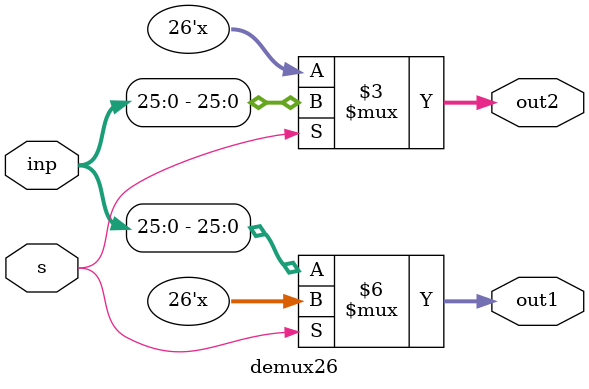
<source format=v>
module demux26(inp,s,out1,out2);
input s;
input[31:0] inp;
output reg [25:0] out1,out2;
always@(inp)begin
  if(s) out2 = inp[25:0];
  else out1 = inp[25:0];
end
endmodule
</source>
